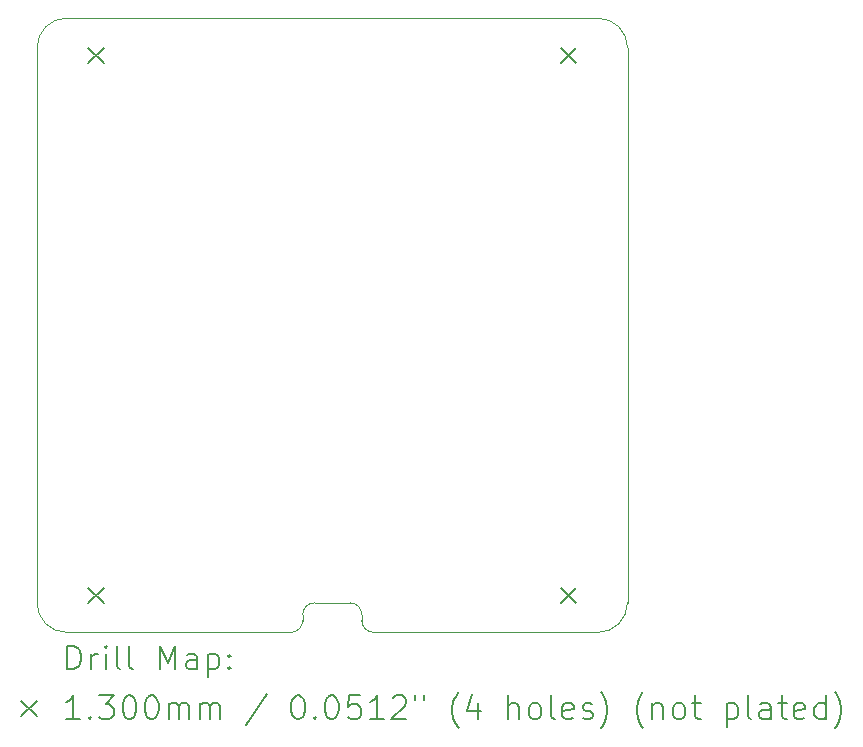
<source format=gbr>
%TF.GenerationSoftware,KiCad,Pcbnew,8.0.8-8.0.8-0~ubuntu22.04.1*%
%TF.CreationDate,2025-02-25T18:12:58-05:00*%
%TF.ProjectId,breakout-qfn,62726561-6b6f-4757-942d-71666e2e6b69,2.0*%
%TF.SameCoordinates,PX2b64660PY42c1d80*%
%TF.FileFunction,Drillmap*%
%TF.FilePolarity,Positive*%
%FSLAX45Y45*%
G04 Gerber Fmt 4.5, Leading zero omitted, Abs format (unit mm)*
G04 Created by KiCad (PCBNEW 8.0.8-8.0.8-0~ubuntu22.04.1) date 2025-02-25 18:12:58*
%MOMM*%
%LPD*%
G01*
G04 APERTURE LIST*
%ADD10C,0.050000*%
%ADD11C,0.200000*%
%ADD12C,0.130000*%
G04 APERTURE END LIST*
D10*
X7300000Y-6900000D02*
X7300000Y-6850000D01*
X7200000Y-6750000D02*
G75*
G02*
X7300000Y-6850000I0J-100000D01*
G01*
X6800000Y-6850000D02*
X6800000Y-6900000D01*
X9300000Y-7000000D02*
X7400000Y-7000000D01*
X4800000Y-7000000D02*
G75*
G02*
X4550000Y-6750000I0J250000D01*
G01*
X4800000Y-1800000D02*
X9300000Y-1800000D01*
X9300000Y-1800000D02*
G75*
G02*
X9550000Y-2050000I0J-250000D01*
G01*
X9550000Y-2050000D02*
X9550000Y-6750000D01*
X7200000Y-6750000D02*
X6900000Y-6750000D01*
X9550000Y-6750000D02*
G75*
G02*
X9300000Y-7000000I-250000J0D01*
G01*
X4550000Y-2050000D02*
G75*
G02*
X4800000Y-1800000I250000J0D01*
G01*
X6800000Y-6900000D02*
G75*
G02*
X6700000Y-7000000I-100000J0D01*
G01*
X7400000Y-7000000D02*
G75*
G02*
X7300000Y-6900000I0J100000D01*
G01*
X6800000Y-6850000D02*
G75*
G02*
X6900000Y-6750000I100000J0D01*
G01*
X4550000Y-6750000D02*
X4550000Y-2050000D01*
X4800000Y-7000000D02*
X6700000Y-7000000D01*
D11*
D12*
X4985000Y-2049000D02*
X5115000Y-2179000D01*
X5115000Y-2049000D02*
X4985000Y-2179000D01*
X4985000Y-6621000D02*
X5115000Y-6751000D01*
X5115000Y-6621000D02*
X4985000Y-6751000D01*
X8985000Y-2049000D02*
X9115000Y-2179000D01*
X9115000Y-2049000D02*
X8985000Y-2179000D01*
X8985000Y-6621000D02*
X9115000Y-6751000D01*
X9115000Y-6621000D02*
X8985000Y-6751000D01*
D11*
X4808277Y-7313984D02*
X4808277Y-7113984D01*
X4808277Y-7113984D02*
X4855896Y-7113984D01*
X4855896Y-7113984D02*
X4884467Y-7123508D01*
X4884467Y-7123508D02*
X4903515Y-7142555D01*
X4903515Y-7142555D02*
X4913039Y-7161603D01*
X4913039Y-7161603D02*
X4922563Y-7199698D01*
X4922563Y-7199698D02*
X4922563Y-7228269D01*
X4922563Y-7228269D02*
X4913039Y-7266365D01*
X4913039Y-7266365D02*
X4903515Y-7285412D01*
X4903515Y-7285412D02*
X4884467Y-7304460D01*
X4884467Y-7304460D02*
X4855896Y-7313984D01*
X4855896Y-7313984D02*
X4808277Y-7313984D01*
X5008277Y-7313984D02*
X5008277Y-7180650D01*
X5008277Y-7218746D02*
X5017801Y-7199698D01*
X5017801Y-7199698D02*
X5027324Y-7190174D01*
X5027324Y-7190174D02*
X5046372Y-7180650D01*
X5046372Y-7180650D02*
X5065420Y-7180650D01*
X5132086Y-7313984D02*
X5132086Y-7180650D01*
X5132086Y-7113984D02*
X5122563Y-7123508D01*
X5122563Y-7123508D02*
X5132086Y-7133031D01*
X5132086Y-7133031D02*
X5141610Y-7123508D01*
X5141610Y-7123508D02*
X5132086Y-7113984D01*
X5132086Y-7113984D02*
X5132086Y-7133031D01*
X5255896Y-7313984D02*
X5236848Y-7304460D01*
X5236848Y-7304460D02*
X5227324Y-7285412D01*
X5227324Y-7285412D02*
X5227324Y-7113984D01*
X5360658Y-7313984D02*
X5341610Y-7304460D01*
X5341610Y-7304460D02*
X5332086Y-7285412D01*
X5332086Y-7285412D02*
X5332086Y-7113984D01*
X5589229Y-7313984D02*
X5589229Y-7113984D01*
X5589229Y-7113984D02*
X5655896Y-7256841D01*
X5655896Y-7256841D02*
X5722562Y-7113984D01*
X5722562Y-7113984D02*
X5722562Y-7313984D01*
X5903515Y-7313984D02*
X5903515Y-7209222D01*
X5903515Y-7209222D02*
X5893991Y-7190174D01*
X5893991Y-7190174D02*
X5874943Y-7180650D01*
X5874943Y-7180650D02*
X5836848Y-7180650D01*
X5836848Y-7180650D02*
X5817801Y-7190174D01*
X5903515Y-7304460D02*
X5884467Y-7313984D01*
X5884467Y-7313984D02*
X5836848Y-7313984D01*
X5836848Y-7313984D02*
X5817801Y-7304460D01*
X5817801Y-7304460D02*
X5808277Y-7285412D01*
X5808277Y-7285412D02*
X5808277Y-7266365D01*
X5808277Y-7266365D02*
X5817801Y-7247317D01*
X5817801Y-7247317D02*
X5836848Y-7237793D01*
X5836848Y-7237793D02*
X5884467Y-7237793D01*
X5884467Y-7237793D02*
X5903515Y-7228269D01*
X5998753Y-7180650D02*
X5998753Y-7380650D01*
X5998753Y-7190174D02*
X6017801Y-7180650D01*
X6017801Y-7180650D02*
X6055896Y-7180650D01*
X6055896Y-7180650D02*
X6074943Y-7190174D01*
X6074943Y-7190174D02*
X6084467Y-7199698D01*
X6084467Y-7199698D02*
X6093991Y-7218746D01*
X6093991Y-7218746D02*
X6093991Y-7275888D01*
X6093991Y-7275888D02*
X6084467Y-7294936D01*
X6084467Y-7294936D02*
X6074943Y-7304460D01*
X6074943Y-7304460D02*
X6055896Y-7313984D01*
X6055896Y-7313984D02*
X6017801Y-7313984D01*
X6017801Y-7313984D02*
X5998753Y-7304460D01*
X6179705Y-7294936D02*
X6189229Y-7304460D01*
X6189229Y-7304460D02*
X6179705Y-7313984D01*
X6179705Y-7313984D02*
X6170182Y-7304460D01*
X6170182Y-7304460D02*
X6179705Y-7294936D01*
X6179705Y-7294936D02*
X6179705Y-7313984D01*
X6179705Y-7190174D02*
X6189229Y-7199698D01*
X6189229Y-7199698D02*
X6179705Y-7209222D01*
X6179705Y-7209222D02*
X6170182Y-7199698D01*
X6170182Y-7199698D02*
X6179705Y-7190174D01*
X6179705Y-7190174D02*
X6179705Y-7209222D01*
D12*
X4417500Y-7577500D02*
X4547500Y-7707500D01*
X4547500Y-7577500D02*
X4417500Y-7707500D01*
D11*
X4913039Y-7733984D02*
X4798753Y-7733984D01*
X4855896Y-7733984D02*
X4855896Y-7533984D01*
X4855896Y-7533984D02*
X4836848Y-7562555D01*
X4836848Y-7562555D02*
X4817801Y-7581603D01*
X4817801Y-7581603D02*
X4798753Y-7591127D01*
X4998753Y-7714936D02*
X5008277Y-7724460D01*
X5008277Y-7724460D02*
X4998753Y-7733984D01*
X4998753Y-7733984D02*
X4989229Y-7724460D01*
X4989229Y-7724460D02*
X4998753Y-7714936D01*
X4998753Y-7714936D02*
X4998753Y-7733984D01*
X5074944Y-7533984D02*
X5198753Y-7533984D01*
X5198753Y-7533984D02*
X5132086Y-7610174D01*
X5132086Y-7610174D02*
X5160658Y-7610174D01*
X5160658Y-7610174D02*
X5179705Y-7619698D01*
X5179705Y-7619698D02*
X5189229Y-7629222D01*
X5189229Y-7629222D02*
X5198753Y-7648269D01*
X5198753Y-7648269D02*
X5198753Y-7695888D01*
X5198753Y-7695888D02*
X5189229Y-7714936D01*
X5189229Y-7714936D02*
X5179705Y-7724460D01*
X5179705Y-7724460D02*
X5160658Y-7733984D01*
X5160658Y-7733984D02*
X5103515Y-7733984D01*
X5103515Y-7733984D02*
X5084467Y-7724460D01*
X5084467Y-7724460D02*
X5074944Y-7714936D01*
X5322563Y-7533984D02*
X5341610Y-7533984D01*
X5341610Y-7533984D02*
X5360658Y-7543508D01*
X5360658Y-7543508D02*
X5370182Y-7553031D01*
X5370182Y-7553031D02*
X5379705Y-7572079D01*
X5379705Y-7572079D02*
X5389229Y-7610174D01*
X5389229Y-7610174D02*
X5389229Y-7657793D01*
X5389229Y-7657793D02*
X5379705Y-7695888D01*
X5379705Y-7695888D02*
X5370182Y-7714936D01*
X5370182Y-7714936D02*
X5360658Y-7724460D01*
X5360658Y-7724460D02*
X5341610Y-7733984D01*
X5341610Y-7733984D02*
X5322563Y-7733984D01*
X5322563Y-7733984D02*
X5303515Y-7724460D01*
X5303515Y-7724460D02*
X5293991Y-7714936D01*
X5293991Y-7714936D02*
X5284467Y-7695888D01*
X5284467Y-7695888D02*
X5274944Y-7657793D01*
X5274944Y-7657793D02*
X5274944Y-7610174D01*
X5274944Y-7610174D02*
X5284467Y-7572079D01*
X5284467Y-7572079D02*
X5293991Y-7553031D01*
X5293991Y-7553031D02*
X5303515Y-7543508D01*
X5303515Y-7543508D02*
X5322563Y-7533984D01*
X5513039Y-7533984D02*
X5532086Y-7533984D01*
X5532086Y-7533984D02*
X5551134Y-7543508D01*
X5551134Y-7543508D02*
X5560658Y-7553031D01*
X5560658Y-7553031D02*
X5570182Y-7572079D01*
X5570182Y-7572079D02*
X5579705Y-7610174D01*
X5579705Y-7610174D02*
X5579705Y-7657793D01*
X5579705Y-7657793D02*
X5570182Y-7695888D01*
X5570182Y-7695888D02*
X5560658Y-7714936D01*
X5560658Y-7714936D02*
X5551134Y-7724460D01*
X5551134Y-7724460D02*
X5532086Y-7733984D01*
X5532086Y-7733984D02*
X5513039Y-7733984D01*
X5513039Y-7733984D02*
X5493991Y-7724460D01*
X5493991Y-7724460D02*
X5484467Y-7714936D01*
X5484467Y-7714936D02*
X5474944Y-7695888D01*
X5474944Y-7695888D02*
X5465420Y-7657793D01*
X5465420Y-7657793D02*
X5465420Y-7610174D01*
X5465420Y-7610174D02*
X5474944Y-7572079D01*
X5474944Y-7572079D02*
X5484467Y-7553031D01*
X5484467Y-7553031D02*
X5493991Y-7543508D01*
X5493991Y-7543508D02*
X5513039Y-7533984D01*
X5665420Y-7733984D02*
X5665420Y-7600650D01*
X5665420Y-7619698D02*
X5674943Y-7610174D01*
X5674943Y-7610174D02*
X5693991Y-7600650D01*
X5693991Y-7600650D02*
X5722563Y-7600650D01*
X5722563Y-7600650D02*
X5741610Y-7610174D01*
X5741610Y-7610174D02*
X5751134Y-7629222D01*
X5751134Y-7629222D02*
X5751134Y-7733984D01*
X5751134Y-7629222D02*
X5760658Y-7610174D01*
X5760658Y-7610174D02*
X5779705Y-7600650D01*
X5779705Y-7600650D02*
X5808277Y-7600650D01*
X5808277Y-7600650D02*
X5827324Y-7610174D01*
X5827324Y-7610174D02*
X5836848Y-7629222D01*
X5836848Y-7629222D02*
X5836848Y-7733984D01*
X5932086Y-7733984D02*
X5932086Y-7600650D01*
X5932086Y-7619698D02*
X5941610Y-7610174D01*
X5941610Y-7610174D02*
X5960658Y-7600650D01*
X5960658Y-7600650D02*
X5989229Y-7600650D01*
X5989229Y-7600650D02*
X6008277Y-7610174D01*
X6008277Y-7610174D02*
X6017801Y-7629222D01*
X6017801Y-7629222D02*
X6017801Y-7733984D01*
X6017801Y-7629222D02*
X6027324Y-7610174D01*
X6027324Y-7610174D02*
X6046372Y-7600650D01*
X6046372Y-7600650D02*
X6074943Y-7600650D01*
X6074943Y-7600650D02*
X6093991Y-7610174D01*
X6093991Y-7610174D02*
X6103515Y-7629222D01*
X6103515Y-7629222D02*
X6103515Y-7733984D01*
X6493991Y-7524460D02*
X6322563Y-7781603D01*
X6751134Y-7533984D02*
X6770182Y-7533984D01*
X6770182Y-7533984D02*
X6789229Y-7543508D01*
X6789229Y-7543508D02*
X6798753Y-7553031D01*
X6798753Y-7553031D02*
X6808277Y-7572079D01*
X6808277Y-7572079D02*
X6817801Y-7610174D01*
X6817801Y-7610174D02*
X6817801Y-7657793D01*
X6817801Y-7657793D02*
X6808277Y-7695888D01*
X6808277Y-7695888D02*
X6798753Y-7714936D01*
X6798753Y-7714936D02*
X6789229Y-7724460D01*
X6789229Y-7724460D02*
X6770182Y-7733984D01*
X6770182Y-7733984D02*
X6751134Y-7733984D01*
X6751134Y-7733984D02*
X6732086Y-7724460D01*
X6732086Y-7724460D02*
X6722563Y-7714936D01*
X6722563Y-7714936D02*
X6713039Y-7695888D01*
X6713039Y-7695888D02*
X6703515Y-7657793D01*
X6703515Y-7657793D02*
X6703515Y-7610174D01*
X6703515Y-7610174D02*
X6713039Y-7572079D01*
X6713039Y-7572079D02*
X6722563Y-7553031D01*
X6722563Y-7553031D02*
X6732086Y-7543508D01*
X6732086Y-7543508D02*
X6751134Y-7533984D01*
X6903515Y-7714936D02*
X6913039Y-7724460D01*
X6913039Y-7724460D02*
X6903515Y-7733984D01*
X6903515Y-7733984D02*
X6893991Y-7724460D01*
X6893991Y-7724460D02*
X6903515Y-7714936D01*
X6903515Y-7714936D02*
X6903515Y-7733984D01*
X7036848Y-7533984D02*
X7055896Y-7533984D01*
X7055896Y-7533984D02*
X7074944Y-7543508D01*
X7074944Y-7543508D02*
X7084467Y-7553031D01*
X7084467Y-7553031D02*
X7093991Y-7572079D01*
X7093991Y-7572079D02*
X7103515Y-7610174D01*
X7103515Y-7610174D02*
X7103515Y-7657793D01*
X7103515Y-7657793D02*
X7093991Y-7695888D01*
X7093991Y-7695888D02*
X7084467Y-7714936D01*
X7084467Y-7714936D02*
X7074944Y-7724460D01*
X7074944Y-7724460D02*
X7055896Y-7733984D01*
X7055896Y-7733984D02*
X7036848Y-7733984D01*
X7036848Y-7733984D02*
X7017801Y-7724460D01*
X7017801Y-7724460D02*
X7008277Y-7714936D01*
X7008277Y-7714936D02*
X6998753Y-7695888D01*
X6998753Y-7695888D02*
X6989229Y-7657793D01*
X6989229Y-7657793D02*
X6989229Y-7610174D01*
X6989229Y-7610174D02*
X6998753Y-7572079D01*
X6998753Y-7572079D02*
X7008277Y-7553031D01*
X7008277Y-7553031D02*
X7017801Y-7543508D01*
X7017801Y-7543508D02*
X7036848Y-7533984D01*
X7284467Y-7533984D02*
X7189229Y-7533984D01*
X7189229Y-7533984D02*
X7179706Y-7629222D01*
X7179706Y-7629222D02*
X7189229Y-7619698D01*
X7189229Y-7619698D02*
X7208277Y-7610174D01*
X7208277Y-7610174D02*
X7255896Y-7610174D01*
X7255896Y-7610174D02*
X7274944Y-7619698D01*
X7274944Y-7619698D02*
X7284467Y-7629222D01*
X7284467Y-7629222D02*
X7293991Y-7648269D01*
X7293991Y-7648269D02*
X7293991Y-7695888D01*
X7293991Y-7695888D02*
X7284467Y-7714936D01*
X7284467Y-7714936D02*
X7274944Y-7724460D01*
X7274944Y-7724460D02*
X7255896Y-7733984D01*
X7255896Y-7733984D02*
X7208277Y-7733984D01*
X7208277Y-7733984D02*
X7189229Y-7724460D01*
X7189229Y-7724460D02*
X7179706Y-7714936D01*
X7484467Y-7733984D02*
X7370182Y-7733984D01*
X7427325Y-7733984D02*
X7427325Y-7533984D01*
X7427325Y-7533984D02*
X7408277Y-7562555D01*
X7408277Y-7562555D02*
X7389229Y-7581603D01*
X7389229Y-7581603D02*
X7370182Y-7591127D01*
X7560658Y-7553031D02*
X7570182Y-7543508D01*
X7570182Y-7543508D02*
X7589229Y-7533984D01*
X7589229Y-7533984D02*
X7636848Y-7533984D01*
X7636848Y-7533984D02*
X7655896Y-7543508D01*
X7655896Y-7543508D02*
X7665420Y-7553031D01*
X7665420Y-7553031D02*
X7674944Y-7572079D01*
X7674944Y-7572079D02*
X7674944Y-7591127D01*
X7674944Y-7591127D02*
X7665420Y-7619698D01*
X7665420Y-7619698D02*
X7551134Y-7733984D01*
X7551134Y-7733984D02*
X7674944Y-7733984D01*
X7751134Y-7533984D02*
X7751134Y-7572079D01*
X7827325Y-7533984D02*
X7827325Y-7572079D01*
X8122563Y-7810174D02*
X8113039Y-7800650D01*
X8113039Y-7800650D02*
X8093991Y-7772079D01*
X8093991Y-7772079D02*
X8084468Y-7753031D01*
X8084468Y-7753031D02*
X8074944Y-7724460D01*
X8074944Y-7724460D02*
X8065420Y-7676841D01*
X8065420Y-7676841D02*
X8065420Y-7638746D01*
X8065420Y-7638746D02*
X8074944Y-7591127D01*
X8074944Y-7591127D02*
X8084468Y-7562555D01*
X8084468Y-7562555D02*
X8093991Y-7543508D01*
X8093991Y-7543508D02*
X8113039Y-7514936D01*
X8113039Y-7514936D02*
X8122563Y-7505412D01*
X8284468Y-7600650D02*
X8284468Y-7733984D01*
X8236848Y-7524460D02*
X8189229Y-7667317D01*
X8189229Y-7667317D02*
X8313039Y-7667317D01*
X8541611Y-7733984D02*
X8541611Y-7533984D01*
X8627325Y-7733984D02*
X8627325Y-7629222D01*
X8627325Y-7629222D02*
X8617801Y-7610174D01*
X8617801Y-7610174D02*
X8598753Y-7600650D01*
X8598753Y-7600650D02*
X8570182Y-7600650D01*
X8570182Y-7600650D02*
X8551134Y-7610174D01*
X8551134Y-7610174D02*
X8541611Y-7619698D01*
X8751134Y-7733984D02*
X8732087Y-7724460D01*
X8732087Y-7724460D02*
X8722563Y-7714936D01*
X8722563Y-7714936D02*
X8713039Y-7695888D01*
X8713039Y-7695888D02*
X8713039Y-7638746D01*
X8713039Y-7638746D02*
X8722563Y-7619698D01*
X8722563Y-7619698D02*
X8732087Y-7610174D01*
X8732087Y-7610174D02*
X8751134Y-7600650D01*
X8751134Y-7600650D02*
X8779706Y-7600650D01*
X8779706Y-7600650D02*
X8798753Y-7610174D01*
X8798753Y-7610174D02*
X8808277Y-7619698D01*
X8808277Y-7619698D02*
X8817801Y-7638746D01*
X8817801Y-7638746D02*
X8817801Y-7695888D01*
X8817801Y-7695888D02*
X8808277Y-7714936D01*
X8808277Y-7714936D02*
X8798753Y-7724460D01*
X8798753Y-7724460D02*
X8779706Y-7733984D01*
X8779706Y-7733984D02*
X8751134Y-7733984D01*
X8932087Y-7733984D02*
X8913039Y-7724460D01*
X8913039Y-7724460D02*
X8903515Y-7705412D01*
X8903515Y-7705412D02*
X8903515Y-7533984D01*
X9084468Y-7724460D02*
X9065420Y-7733984D01*
X9065420Y-7733984D02*
X9027325Y-7733984D01*
X9027325Y-7733984D02*
X9008277Y-7724460D01*
X9008277Y-7724460D02*
X8998753Y-7705412D01*
X8998753Y-7705412D02*
X8998753Y-7629222D01*
X8998753Y-7629222D02*
X9008277Y-7610174D01*
X9008277Y-7610174D02*
X9027325Y-7600650D01*
X9027325Y-7600650D02*
X9065420Y-7600650D01*
X9065420Y-7600650D02*
X9084468Y-7610174D01*
X9084468Y-7610174D02*
X9093992Y-7629222D01*
X9093992Y-7629222D02*
X9093992Y-7648269D01*
X9093992Y-7648269D02*
X8998753Y-7667317D01*
X9170182Y-7724460D02*
X9189230Y-7733984D01*
X9189230Y-7733984D02*
X9227325Y-7733984D01*
X9227325Y-7733984D02*
X9246373Y-7724460D01*
X9246373Y-7724460D02*
X9255896Y-7705412D01*
X9255896Y-7705412D02*
X9255896Y-7695888D01*
X9255896Y-7695888D02*
X9246373Y-7676841D01*
X9246373Y-7676841D02*
X9227325Y-7667317D01*
X9227325Y-7667317D02*
X9198753Y-7667317D01*
X9198753Y-7667317D02*
X9179706Y-7657793D01*
X9179706Y-7657793D02*
X9170182Y-7638746D01*
X9170182Y-7638746D02*
X9170182Y-7629222D01*
X9170182Y-7629222D02*
X9179706Y-7610174D01*
X9179706Y-7610174D02*
X9198753Y-7600650D01*
X9198753Y-7600650D02*
X9227325Y-7600650D01*
X9227325Y-7600650D02*
X9246373Y-7610174D01*
X9322563Y-7810174D02*
X9332087Y-7800650D01*
X9332087Y-7800650D02*
X9351134Y-7772079D01*
X9351134Y-7772079D02*
X9360658Y-7753031D01*
X9360658Y-7753031D02*
X9370182Y-7724460D01*
X9370182Y-7724460D02*
X9379706Y-7676841D01*
X9379706Y-7676841D02*
X9379706Y-7638746D01*
X9379706Y-7638746D02*
X9370182Y-7591127D01*
X9370182Y-7591127D02*
X9360658Y-7562555D01*
X9360658Y-7562555D02*
X9351134Y-7543508D01*
X9351134Y-7543508D02*
X9332087Y-7514936D01*
X9332087Y-7514936D02*
X9322563Y-7505412D01*
X9684468Y-7810174D02*
X9674944Y-7800650D01*
X9674944Y-7800650D02*
X9655896Y-7772079D01*
X9655896Y-7772079D02*
X9646373Y-7753031D01*
X9646373Y-7753031D02*
X9636849Y-7724460D01*
X9636849Y-7724460D02*
X9627325Y-7676841D01*
X9627325Y-7676841D02*
X9627325Y-7638746D01*
X9627325Y-7638746D02*
X9636849Y-7591127D01*
X9636849Y-7591127D02*
X9646373Y-7562555D01*
X9646373Y-7562555D02*
X9655896Y-7543508D01*
X9655896Y-7543508D02*
X9674944Y-7514936D01*
X9674944Y-7514936D02*
X9684468Y-7505412D01*
X9760658Y-7600650D02*
X9760658Y-7733984D01*
X9760658Y-7619698D02*
X9770182Y-7610174D01*
X9770182Y-7610174D02*
X9789230Y-7600650D01*
X9789230Y-7600650D02*
X9817801Y-7600650D01*
X9817801Y-7600650D02*
X9836849Y-7610174D01*
X9836849Y-7610174D02*
X9846373Y-7629222D01*
X9846373Y-7629222D02*
X9846373Y-7733984D01*
X9970182Y-7733984D02*
X9951134Y-7724460D01*
X9951134Y-7724460D02*
X9941611Y-7714936D01*
X9941611Y-7714936D02*
X9932087Y-7695888D01*
X9932087Y-7695888D02*
X9932087Y-7638746D01*
X9932087Y-7638746D02*
X9941611Y-7619698D01*
X9941611Y-7619698D02*
X9951134Y-7610174D01*
X9951134Y-7610174D02*
X9970182Y-7600650D01*
X9970182Y-7600650D02*
X9998754Y-7600650D01*
X9998754Y-7600650D02*
X10017801Y-7610174D01*
X10017801Y-7610174D02*
X10027325Y-7619698D01*
X10027325Y-7619698D02*
X10036849Y-7638746D01*
X10036849Y-7638746D02*
X10036849Y-7695888D01*
X10036849Y-7695888D02*
X10027325Y-7714936D01*
X10027325Y-7714936D02*
X10017801Y-7724460D01*
X10017801Y-7724460D02*
X9998754Y-7733984D01*
X9998754Y-7733984D02*
X9970182Y-7733984D01*
X10093992Y-7600650D02*
X10170182Y-7600650D01*
X10122563Y-7533984D02*
X10122563Y-7705412D01*
X10122563Y-7705412D02*
X10132087Y-7724460D01*
X10132087Y-7724460D02*
X10151134Y-7733984D01*
X10151134Y-7733984D02*
X10170182Y-7733984D01*
X10389230Y-7600650D02*
X10389230Y-7800650D01*
X10389230Y-7610174D02*
X10408277Y-7600650D01*
X10408277Y-7600650D02*
X10446373Y-7600650D01*
X10446373Y-7600650D02*
X10465420Y-7610174D01*
X10465420Y-7610174D02*
X10474944Y-7619698D01*
X10474944Y-7619698D02*
X10484468Y-7638746D01*
X10484468Y-7638746D02*
X10484468Y-7695888D01*
X10484468Y-7695888D02*
X10474944Y-7714936D01*
X10474944Y-7714936D02*
X10465420Y-7724460D01*
X10465420Y-7724460D02*
X10446373Y-7733984D01*
X10446373Y-7733984D02*
X10408277Y-7733984D01*
X10408277Y-7733984D02*
X10389230Y-7724460D01*
X10598754Y-7733984D02*
X10579706Y-7724460D01*
X10579706Y-7724460D02*
X10570182Y-7705412D01*
X10570182Y-7705412D02*
X10570182Y-7533984D01*
X10760658Y-7733984D02*
X10760658Y-7629222D01*
X10760658Y-7629222D02*
X10751135Y-7610174D01*
X10751135Y-7610174D02*
X10732087Y-7600650D01*
X10732087Y-7600650D02*
X10693992Y-7600650D01*
X10693992Y-7600650D02*
X10674944Y-7610174D01*
X10760658Y-7724460D02*
X10741611Y-7733984D01*
X10741611Y-7733984D02*
X10693992Y-7733984D01*
X10693992Y-7733984D02*
X10674944Y-7724460D01*
X10674944Y-7724460D02*
X10665420Y-7705412D01*
X10665420Y-7705412D02*
X10665420Y-7686365D01*
X10665420Y-7686365D02*
X10674944Y-7667317D01*
X10674944Y-7667317D02*
X10693992Y-7657793D01*
X10693992Y-7657793D02*
X10741611Y-7657793D01*
X10741611Y-7657793D02*
X10760658Y-7648269D01*
X10827325Y-7600650D02*
X10903515Y-7600650D01*
X10855896Y-7533984D02*
X10855896Y-7705412D01*
X10855896Y-7705412D02*
X10865420Y-7724460D01*
X10865420Y-7724460D02*
X10884468Y-7733984D01*
X10884468Y-7733984D02*
X10903515Y-7733984D01*
X11046373Y-7724460D02*
X11027325Y-7733984D01*
X11027325Y-7733984D02*
X10989230Y-7733984D01*
X10989230Y-7733984D02*
X10970182Y-7724460D01*
X10970182Y-7724460D02*
X10960658Y-7705412D01*
X10960658Y-7705412D02*
X10960658Y-7629222D01*
X10960658Y-7629222D02*
X10970182Y-7610174D01*
X10970182Y-7610174D02*
X10989230Y-7600650D01*
X10989230Y-7600650D02*
X11027325Y-7600650D01*
X11027325Y-7600650D02*
X11046373Y-7610174D01*
X11046373Y-7610174D02*
X11055896Y-7629222D01*
X11055896Y-7629222D02*
X11055896Y-7648269D01*
X11055896Y-7648269D02*
X10960658Y-7667317D01*
X11227325Y-7733984D02*
X11227325Y-7533984D01*
X11227325Y-7724460D02*
X11208277Y-7733984D01*
X11208277Y-7733984D02*
X11170182Y-7733984D01*
X11170182Y-7733984D02*
X11151135Y-7724460D01*
X11151135Y-7724460D02*
X11141611Y-7714936D01*
X11141611Y-7714936D02*
X11132087Y-7695888D01*
X11132087Y-7695888D02*
X11132087Y-7638746D01*
X11132087Y-7638746D02*
X11141611Y-7619698D01*
X11141611Y-7619698D02*
X11151135Y-7610174D01*
X11151135Y-7610174D02*
X11170182Y-7600650D01*
X11170182Y-7600650D02*
X11208277Y-7600650D01*
X11208277Y-7600650D02*
X11227325Y-7610174D01*
X11303515Y-7810174D02*
X11313039Y-7800650D01*
X11313039Y-7800650D02*
X11332087Y-7772079D01*
X11332087Y-7772079D02*
X11341611Y-7753031D01*
X11341611Y-7753031D02*
X11351134Y-7724460D01*
X11351134Y-7724460D02*
X11360658Y-7676841D01*
X11360658Y-7676841D02*
X11360658Y-7638746D01*
X11360658Y-7638746D02*
X11351134Y-7591127D01*
X11351134Y-7591127D02*
X11341611Y-7562555D01*
X11341611Y-7562555D02*
X11332087Y-7543508D01*
X11332087Y-7543508D02*
X11313039Y-7514936D01*
X11313039Y-7514936D02*
X11303515Y-7505412D01*
M02*

</source>
